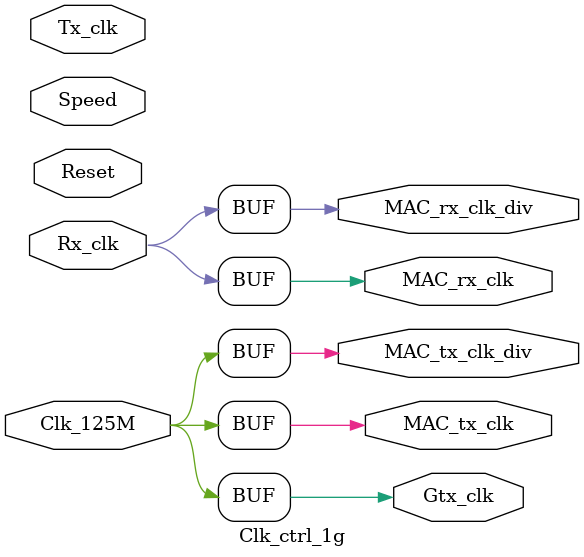
<source format=v>

module Clk_ctrl_1g (   
Reset           ,
Clk_125M        ,
//host interface,
Speed           ,
//Phy interface ,
Gtx_clk         ,
Rx_clk          ,
Tx_clk          ,
//interface clk ,
MAC_tx_clk      ,
MAC_rx_clk      ,
MAC_tx_clk_div  ,
MAC_rx_clk_div  
);
input           Reset           ;
input           Clk_125M        ;
                //host interface
input   [2:0]   Speed           ;       
                //Phy interface         
output          Gtx_clk         ;//used only in GMII mode
input           Rx_clk          ;
input           Tx_clk          ;//used only in MII mode
                //interface clk signals
output          MAC_tx_clk      ;
output          MAC_rx_clk      ;
output          MAC_tx_clk_div  ;
output          MAC_rx_clk_div  ;


//******************************************************************************
//internal signals                                                              
//******************************************************************************
wire            Rx_clk_div2 ;
wire            Tx_clk_div2 ;
//******************************************************************************
//                                                              
//******************************************************************************
assign Gtx_clk      =Clk_125M                   ;
assign MAC_rx_clk   =Rx_clk                     ;
/*
CLK_DIV2 U_0_CLK_DIV2(
.Reset          (Reset          ),
.IN             (Rx_clk         ),
.OUT            (Rx_clk_div2    )
);

CLK_DIV2 U_1_CLK_DIV2(
.Reset          (Reset          ),
.IN             (Tx_clk         ),
.OUT            (Tx_clk_div2    )
);
*/

assign MAC_rx_clk_div = Rx_clk;
assign MAC_tx_clk = Clk_125M;
assign MAC_tx_clk_div = Clk_125M;
/*
CLK_SWITCH U_0_CLK_SWITCH(
.IN_0           (Rx_clk_div2    ),
.IN_1           (Rx_clk         ),
.SW             (Speed[2]       ),
.OUT            (MAC_rx_clk_div )
);

CLK_SWITCH U_1_CLK_SWITCH(
.IN_0           (Tx_clk         ),
.IN_1           (Clk_125M       ),
.SW             (Speed[2]       ),
.OUT            (MAC_tx_clk     )
);


CLK_SWITCH U_2_CLK_SWITCH(
.IN_0           (Tx_clk_div2    ),
.IN_1           (Clk_125M       ),
.SW             (Speed[2]       ),
.OUT            (MAC_tx_clk_div )
);
*/
endmodule

</source>
